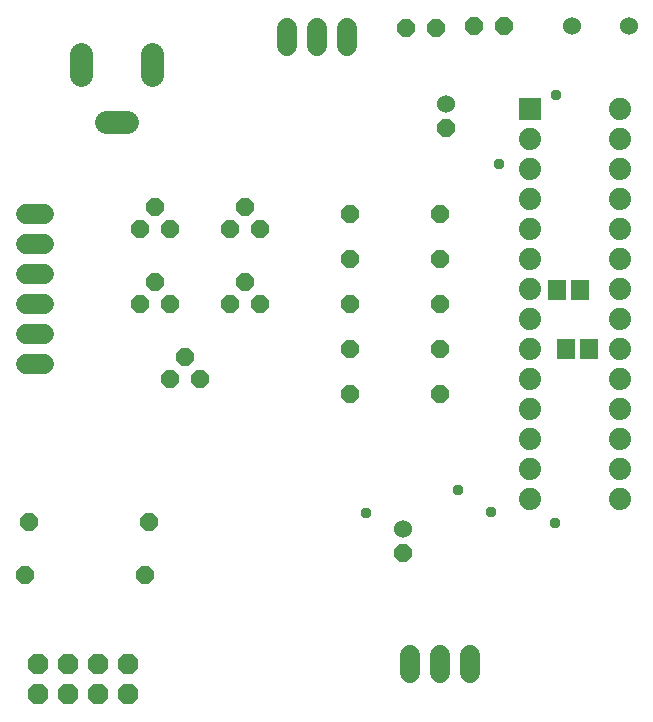
<source format=gbr>
G04 EAGLE Gerber X2 export*
%TF.Part,Single*%
%TF.FileFunction,Soldermask,Bot,1*%
%TF.FilePolarity,Negative*%
%TF.GenerationSoftware,Autodesk,EAGLE,9.0.1*%
%TF.CreationDate,2018-05-13T22:07:24Z*%
G75*
%MOMM*%
%FSLAX34Y34*%
%LPD*%
%AMOC8*
5,1,8,0,0,1.08239X$1,22.5*%
G01*
%ADD10P,1.649562X8X22.500000*%
%ADD11P,1.649562X8X202.500000*%
%ADD12C,1.727200*%
%ADD13C,1.524000*%
%ADD14R,1.879600X1.879600*%
%ADD15C,1.879600*%
%ADD16P,1.869504X8X22.500000*%
%ADD17C,1.981200*%
%ADD18R,1.503200X1.703200*%
%ADD19P,1.649562X8X292.500000*%
%ADD20C,0.959600*%


D10*
X409956Y616102D03*
X435356Y616102D03*
D11*
X377952Y614578D03*
X352552Y614578D03*
D12*
X251460Y614477D02*
X251460Y599237D01*
X276860Y599237D02*
X276860Y614477D01*
X302260Y614477D02*
X302260Y599237D01*
X355600Y83820D02*
X355600Y68580D01*
X381000Y68580D02*
X381000Y83820D01*
X406400Y83820D02*
X406400Y68580D01*
X45720Y457200D02*
X30480Y457200D01*
X30480Y431800D02*
X45720Y431800D01*
X45720Y406400D02*
X30480Y406400D01*
X30480Y381000D02*
X45720Y381000D01*
X45720Y355600D02*
X30480Y355600D01*
X30480Y330200D02*
X45720Y330200D01*
D10*
X228600Y444500D03*
X215900Y463550D03*
X203200Y444500D03*
D11*
X381000Y457200D03*
X304800Y457200D03*
D10*
X152400Y444500D03*
X139700Y463550D03*
X127000Y444500D03*
D11*
X381000Y419100D03*
X304800Y419100D03*
D10*
X228600Y381000D03*
X215900Y400050D03*
X203200Y381000D03*
D11*
X381000Y381000D03*
X304800Y381000D03*
D10*
X152400Y381000D03*
X139700Y400050D03*
X127000Y381000D03*
D11*
X381000Y342900D03*
X304800Y342900D03*
D10*
X177800Y317500D03*
X165100Y336550D03*
X152400Y317500D03*
D11*
X381000Y304800D03*
X304800Y304800D03*
D13*
X493014Y616407D03*
X541274Y616407D03*
D10*
X30175Y151587D03*
X131775Y151587D03*
D11*
X134722Y196698D03*
X33122Y196698D03*
D14*
X457200Y546100D03*
D15*
X457200Y520700D03*
X457200Y495300D03*
X457200Y469900D03*
X457200Y444500D03*
X457200Y419100D03*
X457200Y393700D03*
X457200Y368300D03*
X457200Y342900D03*
X457200Y317500D03*
X457200Y292100D03*
X457200Y266700D03*
X457200Y241300D03*
X457200Y215900D03*
X533400Y215900D03*
X533400Y241300D03*
X533400Y266700D03*
X533400Y292100D03*
X533400Y317500D03*
X533400Y342900D03*
X533400Y368300D03*
X533400Y393700D03*
X533400Y419100D03*
X533400Y444500D03*
X533400Y469900D03*
X533400Y495300D03*
X533400Y520700D03*
X533400Y546100D03*
D16*
X41250Y51105D03*
X41250Y76505D03*
X66650Y51105D03*
X66650Y76505D03*
X92050Y51105D03*
X92050Y76505D03*
X117450Y51105D03*
X117450Y76505D03*
D17*
X77000Y575310D02*
X77000Y593090D01*
X137000Y593090D02*
X137000Y575310D01*
X116390Y535200D02*
X98610Y535200D01*
D18*
X507035Y343408D03*
X488035Y343408D03*
D19*
X349809Y169875D03*
D13*
X349809Y190195D03*
D19*
X385877Y530352D03*
D13*
X385877Y550672D03*
D18*
X480618Y392786D03*
X499618Y392786D03*
D20*
X479654Y558190D03*
X478942Y195478D03*
X424688Y204622D03*
X318516Y203911D03*
X396443Y223825D03*
X431292Y499872D03*
M02*

</source>
